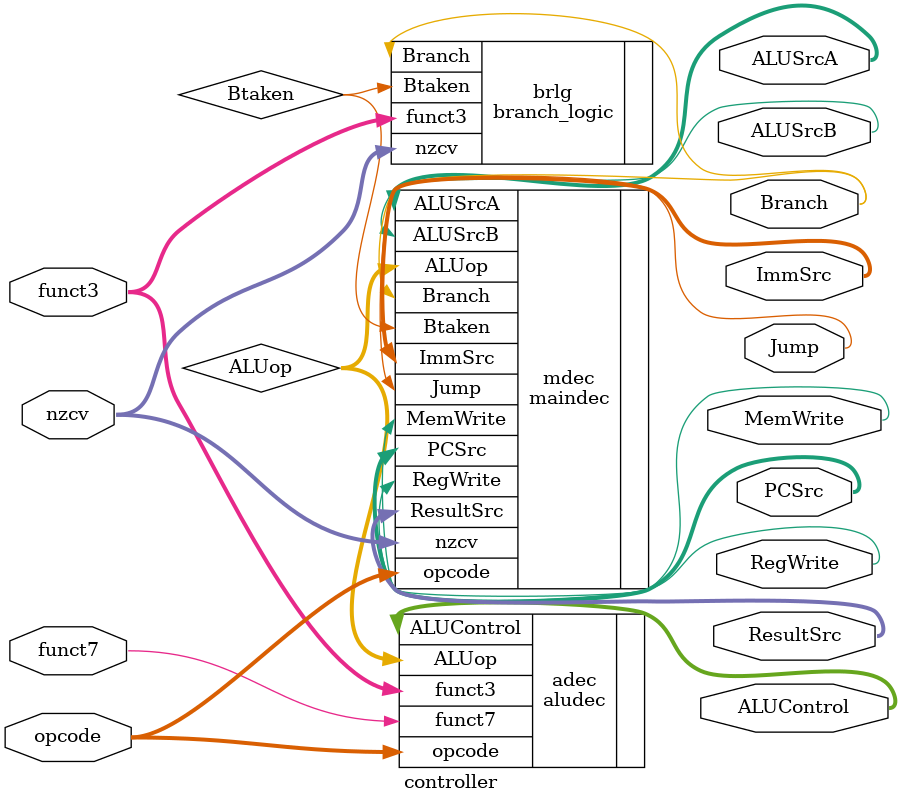
<source format=sv>
module controller(
   // Z_flag,
    nzcv,
    opcode,
    funct3,
    funct7,
    PCSrc,
    ResultSrc,
    MemWrite,
    ALUSrcA, 
    ALUSrcB, 
    ImmSrc,
    RegWrite,
    ALUControl,
    Jump,
    Branch
);
    // input
    input [3:0] nzcv;
    input [6:0] opcode;
    input [2:0] funct3;
    input funct7;
    // output
    output [1:0] PCSrc;  //2bit
    output MemWrite, ALUSrcB, RegWrite, Jump, Branch;
    output [1:0] ResultSrc, ALUSrcA;
    output [2:0] ImmSrc;
    output [4:0] ALUControl;

    wire [1:0] ALUop;
    wire Btaken;

    maindec mdec(
        .nzcv(nzcv),
        .Btaken(Btaken),
        .opcode(opcode),
        .PCSrc(PCSrc),
        .ResultSrc(ResultSrc),
        .MemWrite(MemWrite),
        .ALUSrcA(ALUSrcA),
        .ALUSrcB(ALUSrcB),
        .ImmSrc(ImmSrc),
        .RegWrite(RegWrite),
        .Jump(Jump),
        .ALUop(ALUop),
        //.funct3(funct3),
        .Branch(Branch)
    );
    
    aludec adec(
        .opcode(opcode),
        .funct3(funct3),
        .funct7(funct7),
        .ALUop(ALUop),
        .ALUControl(ALUControl)
    );

    branch_logic brlg(   //
        .Branch(Branch),
        .funct3(funct3),
        .nzcv(nzcv),
        .Btaken(Btaken)
    );

    

endmodule

</source>
